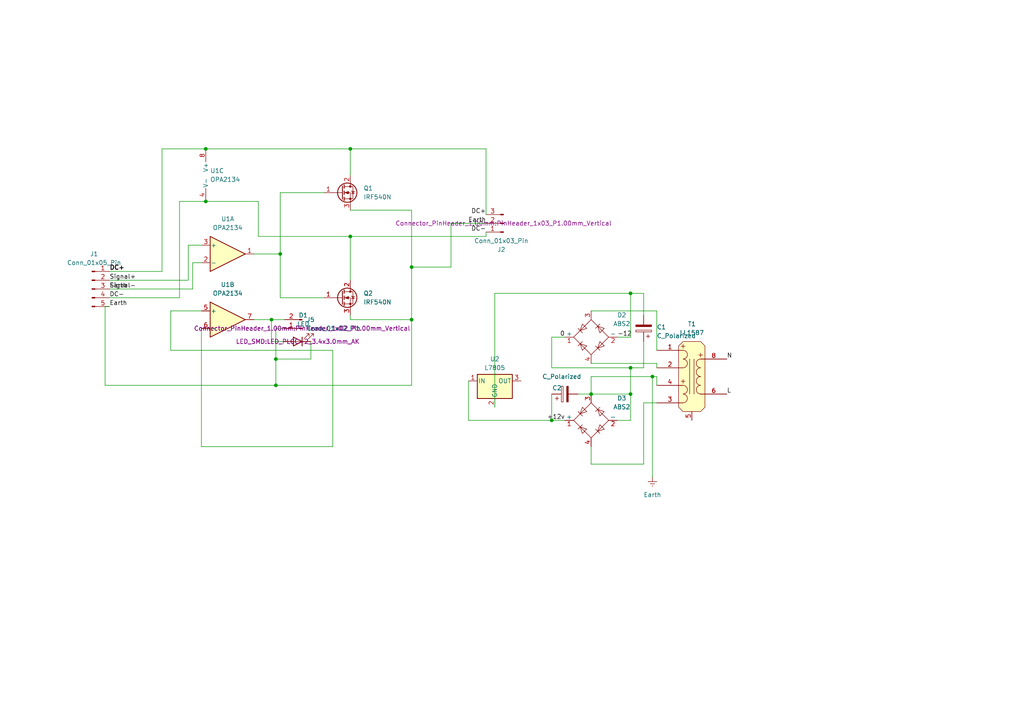
<source format=kicad_sch>
(kicad_sch (version 20250114) (generator "eeschema") (generator_version "9.0")
  (paper "A4")
  (lib_symbols
    (symbol "Amplifier_Operational:OPA2134" (pin_names (offset 0.127))
      (property "Reference" "U" (at 0 5.08 0))
      (property "Value" "OPA2134" (at 0 -5.08 0))
      (symbol "OPA2134_1_1"
        (polyline (pts (xy -5.08 5.08) (xy 5.08 0) (xy -5.08 -5.08) (xy -5.08 5.08)) (stroke (width 0.254)) (fill (type background)))
        (pin input line (at -7.62 2.54 0) (length 2.54) (name "+") (number "3"))
        (pin input line (at -7.62 -2.54 0) (length 2.54) (name "-") (number "2"))
        (pin output line (at 7.62 0 180) (length 2.54) (name "~") (number "1"))
      )
      (symbol "OPA2134_2_1"
        (polyline (pts (xy -5.08 5.08) (xy 5.08 0) (xy -5.08 -5.08) (xy -5.08 5.08)) (stroke (width 0.254)) (fill (type background)))
        (pin input line (at -7.62 2.54 0) (length 2.54) (name "+") (number "5"))
        (pin input line (at -7.62 -2.54 0) (length 2.54) (name "-") (number "6"))
        (pin output line (at 7.62 0 180) (length 2.54) (name "~") (number "7"))
      )
      (symbol "OPA2134_3_1"
        (pin power_in line (at -2.54 7.62 270) (length 3.81) (name "V+") (number "8"))
        (pin power_in line (at -2.54 -7.62 90) (length 3.81) (name "V-") (number "4"))
      )
    )
    (symbol "Connector:Conn_01x02_Pin" (pin_names (offset 1.016) (hide yes))
      (property "Reference" "J" (at 0 2.54 0))
      (property "Value" "Conn_01x02_Pin" (at 0 -5.08 0))
      (symbol "Conn_01x02_Pin_1_1"
        (rectangle (start 0.8636 0.127) (end 0 -0.127) (stroke (width 0.1524)) (fill (type outline)))
        (rectangle (start 0.8636 -2.413) (end 0 -2.667) (stroke (width 0.1524)) (fill (type outline)))
        (polyline (pts (xy 1.27 0) (xy 0.8636 0)) (stroke (width 0.1524)))
        (polyline (pts (xy 1.27 -2.54) (xy 0.8636 -2.54)) (stroke (width 0.1524)))
        (pin passive line (at 5.08 0 180) (length 3.81) (name "Pin_1") (number "1"))
        (pin passive line (at 5.08 -2.54 180) (length 3.81) (name "Pin_2") (number "2"))
      )
    )
    (symbol "Connector:Conn_01x03_Pin" (pin_names (offset 1.016) (hide yes))
      (property "Reference" "J" (at 0 5.08 0))
      (property "Value" "Conn_01x03_Pin" (at 0 -5.08 0))
      (symbol "Conn_01x03_Pin_1_1"
        (rectangle (start 0.8636 2.667) (end 0 2.413) (stroke (width 0.1524)) (fill (type outline)))
        (rectangle (start 0.8636 0.127) (end 0 -0.127) (stroke (width 0.1524)) (fill (type outline)))
        (rectangle (start 0.8636 -2.413) (end 0 -2.667) (stroke (width 0.1524)) (fill (type outline)))
        (polyline (pts (xy 1.27 2.54) (xy 0.8636 2.54)) (stroke (width 0.1524)))
        (polyline (pts (xy 1.27 0) (xy 0.8636 0)) (stroke (width 0.1524)))
        (polyline (pts (xy 1.27 -2.54) (xy 0.8636 -2.54)) (stroke (width 0.1524)))
        (pin passive line (at 5.08 2.54 180) (length 3.81) (name "Pin_1") (number "1"))
        (pin passive line (at 5.08 0 180) (length 3.81) (name "Pin_2") (number "2"))
        (pin passive line (at 5.08 -2.54 180) (length 3.81) (name "Pin_3") (number "3"))
      )
    )
    (symbol "Connector:Conn_01x05_Pin" (pin_names (offset 1.016) (hide yes))
      (property "Reference" "J" (at 0 7.62 0))
      (property "Value" "Conn_01x05_Pin" (at 0 -7.62 0))
      (symbol "Conn_01x05_Pin_1_1"
        (rectangle (start 0.8636 5.207) (end 0 4.953) (stroke (width 0.1524)) (fill (type outline)))
        (rectangle (start 0.8636 2.667) (end 0 2.413) (stroke (width 0.1524)) (fill (type outline)))
        (rectangle (start 0.8636 0.127) (end 0 -0.127) (stroke (width 0.1524)) (fill (type outline)))
        (rectangle (start 0.8636 -2.413) (end 0 -2.667) (stroke (width 0.1524)) (fill (type outline)))
        (rectangle (start 0.8636 -4.953) (end 0 -5.207) (stroke (width 0.1524)) (fill (type outline)))
        (polyline (pts (xy 1.27 5.08) (xy 0.8636 5.08)) (stroke (width 0.1524)))
        (polyline (pts (xy 1.27 2.54) (xy 0.8636 2.54)) (stroke (width 0.1524)))
        (polyline (pts (xy 1.27 0) (xy 0.8636 0)) (stroke (width 0.1524)))
        (polyline (pts (xy 1.27 -2.54) (xy 0.8636 -2.54)) (stroke (width 0.1524)))
        (polyline (pts (xy 1.27 -5.08) (xy 0.8636 -5.08)) (stroke (width 0.1524)))
        (pin passive line (at 5.08 5.08 180) (length 3.81) (name "Pin_1") (number "1"))
        (pin passive line (at 5.08 2.54 180) (length 3.81) (name "Pin_2") (number "2"))
        (pin passive line (at 5.08 0 180) (length 3.81) (name "Pin_3") (number "3"))
        (pin passive line (at 5.08 -2.54 180) (length 3.81) (name "Pin_4") (number "4"))
        (pin passive line (at 5.08 -5.08 180) (length 3.81) (name "Pin_5") (number "5"))
      )
    )
    (symbol "Device:C_Polarized" (pin_numbers (hide yes)) (pin_names (offset 0.254))
      (property "Reference" "C" (at 0.635 2.54 0))
      (property "Value" "C_Polarized" (at 0.635 -2.54 0))
      (symbol "C_Polarized_0_1"
        (rectangle (start -2.286 0.508) (end 2.286 1.016))
        (polyline (pts (xy -1.778 2.286) (xy -0.762 2.286)))
        (polyline (pts (xy -1.27 2.794) (xy -1.27 1.778)))
        (rectangle (start 2.286 -0.508) (end -2.286 -1.016) (fill (type outline)))
      )
      (symbol "C_Polarized_1_1"
        (pin passive line (at 0 3.81 270) (length 2.794) (name "~") (number "1"))
        (pin passive line (at 0 -3.81 90) (length 2.794) (name "~") (number "2"))
      )
    )
    (symbol "Device:LED" (pin_numbers (hide yes)) (pin_names (offset 1.016) (hide yes))
      (property "Reference" "D" (at 0 2.54 0))
      (property "Value" "LED" (at 0 -2.54 0))
      (symbol "LED_0_1"
        (polyline (pts (xy -3.048 -0.762) (xy -4.572 -2.286) (xy -3.81 -2.286) (xy -4.572 -2.286) (xy -4.572 -1.524)))
        (polyline (pts (xy -1.778 -0.762) (xy -3.302 -2.286) (xy -2.54 -2.286) (xy -3.302 -2.286) (xy -3.302 -1.524)))
        (polyline (pts (xy -1.27 0) (xy 1.27 0)))
        (polyline (pts (xy -1.27 -1.27) (xy -1.27 1.27)) (stroke (width 0.254)))
        (polyline (pts (xy 1.27 -1.27) (xy 1.27 1.27) (xy -1.27 0) (xy 1.27 -1.27)) (stroke (width 0.254)))
      )
      (symbol "LED_1_1"
        (pin passive line (at -3.81 0 0) (length 2.54) (name "K") (number "1"))
        (pin passive line (at 3.81 0 180) (length 2.54) (name "A") (number "2"))
      )
    )
    (symbol "Diode_Bridge:ABS2" (pin_names (offset 0))
      (property "Reference" "D" (at 2.54 6.985 0))
      (property "Value" "ABS2" (at 2.54 5.08 0))
      (symbol "ABS2_0_1"
        (polyline (pts (xy -5.08 0) (xy 0 -5.08) (xy 5.08 0) (xy 0 5.08) (xy -5.08 0)))
        (polyline (pts (xy -3.81 2.54) (xy -2.54 1.27) (xy -1.905 3.175) (xy -3.81 2.54)))
        (polyline (pts (xy -2.54 3.81) (xy -1.27 2.54)))
        (polyline (pts (xy -2.54 -1.27) (xy -3.81 -2.54) (xy -1.905 -3.175) (xy -2.54 -1.27)))
        (polyline (pts (xy -1.27 -2.54) (xy -2.54 -3.81)))
        (polyline (pts (xy 1.27 2.54) (xy 2.54 3.81) (xy 3.175 1.905) (xy 1.27 2.54)))
        (polyline (pts (xy 2.54 1.27) (xy 3.81 2.54)))
        (polyline (pts (xy 2.54 -1.27) (xy 3.81 -2.54)))
        (polyline (pts (xy 3.175 -1.905) (xy 1.27 -2.54) (xy 2.54 -3.81) (xy 3.175 -1.905)))
      )
      (symbol "ABS2_1_1"
        (pin passive line (at -7.62 0 0) (length 2.54) (name "-") (number "2"))
        (pin passive line (at 0 7.62 270) (length 2.54) (name "~") (number "4"))
        (pin passive line (at 0 -7.62 90) (length 2.54) (name "~") (number "3"))
        (pin passive line (at 7.62 0 180) (length 2.54) (name "+") (number "1"))
      )
    )
    (symbol "Regulator_Linear:L7805" (pin_names (offset 0.254))
      (property "Reference" "U" (at -3.81 3.175 0))
      (property "Value" "L7805" (at 0 3.175 0))
      (symbol "L7805_0_1"
        (rectangle (start -5.08 1.905) (end 5.08 -5.08) (stroke (width 0.254)) (fill (type background)))
      )
      (symbol "L7805_1_1"
        (pin power_in line (at -7.62 0 0) (length 2.54) (name "IN") (number "1"))
        (pin power_in line (at 0 -7.62 90) (length 2.54) (name "GND") (number "2"))
        (pin power_out line (at 7.62 0 180) (length 2.54) (name "OUT") (number "3"))
      )
    )
    (symbol "Transformer:LL1587" (pin_names (hide yes))
      (property "Reference" "T" (at 1.27 -11.43 0))
      (property "Value" "LL1587" (at 0 11.43 0))
      (symbol "LL1587_0_0"
        (text "+" (at -2.54 8.89 0) (effects (font (size 1.524 1.524))))
        (text "+" (at -2.54 -1.27 0) (effects (font (size 1.524 1.524))))
        (text "+" (at 2.54 6.35 0) (effects (font (size 1.524 1.524))))
      )
      (symbol "LL1587_0_1"
        (polyline (pts (xy -3.81 8.89) (xy -3.81 -8.89) (xy -2.54 -10.16) (xy 2.54 -10.16) (xy 3.81 -8.89) (xy 3.81 8.89) (xy 2.54 10.16) (xy -2.54 10.16) (xy -3.81 8.89)) (fill (type background)))
        (arc (start -2.5146 7.62) (mid -1.295 6.3627) (end -2.5146 5.1054))
        (arc (start -2.5146 5.08) (mid -1.295 3.8227) (end -2.5146 2.5654))
        (arc (start -2.5146 -2.54) (mid -1.295 -3.7973) (end -2.5146 -5.0546))
        (arc (start -2.5146 -5.08) (mid -1.295 -6.3373) (end -2.5146 -7.5946))
        (polyline (pts (xy -0.635 5.08) (xy -0.635 -5.08)))
        (polyline (pts (xy 0.635 -5.08) (xy 0.635 5.08)))
        (arc (start 1.2954 3.81) (mid 1.6457 4.7117) (end 2.54 5.08))
        (arc (start 1.2954 1.27) (mid 1.6457 2.1717) (end 2.54 2.54))
        (arc (start 1.2954 -1.27) (mid 1.6457 -0.3683) (end 2.54 0))
        (arc (start 2.54 2.5654) (mid 1.6599 2.9299) (end 1.2954 3.81))
        (arc (start 2.54 0.0254) (mid 1.6599 0.3899) (end 1.2954 1.27))
        (arc (start 2.54 -2.5146) (mid 1.6599 -2.1501) (end 1.2954 -1.27))
        (arc (start 1.3208 -3.81) (mid 1.6711 -2.9085) (end 2.5654 -2.54))
        (arc (start 2.5654 -5.0546) (mid 1.6851 -4.6902) (end 1.3208 -3.81))
      )
      (symbol "LL1587_1_1"
        (pin passive line (at -10.16 7.62 0) (length 7.62) (name "P1+") (number "1"))
        (pin passive line (at -10.16 2.54 0) (length 7.62) (name "P1-") (number "2"))
        (pin passive line (at -10.16 -2.54 0) (length 7.62) (name "P2+") (number "4"))
        (pin passive line (at -10.16 -7.62 0) (length 7.62) (name "P2-") (number "3"))
        (pin input line (at 0 -12.7 90) (length 2.54) (name "~") (number "5"))
        (pin passive line (at 10.16 5.08 180) (length 7.62) (name "S+") (number "8"))
        (pin passive line (at 10.16 -5.08 180) (length 7.62) (name "S-") (number "6"))
      )
    )
    (symbol "Transistor_FET:IRF540N" (pin_names (hide yes))
      (property "Reference" "Q" (at 5.08 1.905 0))
      (property "Value" "IRF540N" (at 5.08 0 0))
      (symbol "IRF540N_0_1"
        (polyline (pts (xy 0.254 1.905) (xy 0.254 -1.905)) (stroke (width 0.254)))
        (polyline (pts (xy 0.254 0) (xy -2.54 0)))
        (polyline (pts (xy 0.762 2.286) (xy 0.762 1.27)) (stroke (width 0.254)))
        (polyline (pts (xy 0.762 0.508) (xy 0.762 -0.508)) (stroke (width 0.254)))
        (polyline (pts (xy 0.762 -1.27) (xy 0.762 -2.286)) (stroke (width 0.254)))
        (polyline (pts (xy 0.762 -1.778) (xy 3.302 -1.778) (xy 3.302 1.778) (xy 0.762 1.778)))
        (polyline (pts (xy 1.016 0) (xy 2.032 0.381) (xy 2.032 -0.381) (xy 1.016 0)) (fill (type outline)))
        (circle (center 1.651 0) (radius 2.794) (stroke (width 0.254)))
        (polyline (pts (xy 2.54 2.54) (xy 2.54 1.778)))
        (circle (center 2.54 1.778) (radius 0.254) (fill (type outline)))
        (circle (center 2.54 -1.778) (radius 0.254) (fill (type outline)))
        (polyline (pts (xy 2.54 -2.54) (xy 2.54 0) (xy 0.762 0)))
        (polyline (pts (xy 2.794 0.508) (xy 2.921 0.381) (xy 3.683 0.381) (xy 3.81 0.254)))
        (polyline (pts (xy 3.302 0.381) (xy 2.921 -0.254) (xy 3.683 -0.254) (xy 3.302 0.381)))
      )
      (symbol "IRF540N_1_1"
        (pin input line (at -5.08 0 0) (length 2.54) (name "G") (number "1"))
        (pin passive line (at 2.54 5.08 270) (length 2.54) (name "D") (number "2"))
        (pin passive line (at 2.54 -5.08 90) (length 2.54) (name "S") (number "3"))
      )
    )
    (symbol "power:Earth" (power) (pin_numbers (hide yes)) (pin_names (offset 0) (hide yes))
      (property "Value" "Earth" (at 0 -3.81 0))
      (symbol "Earth_0_1"
        (polyline (pts (xy -0.635 -1.905) (xy 0.635 -1.905)))
        (polyline (pts (xy -0.127 -2.54) (xy 0.127 -2.54)))
        (polyline (pts (xy 0 -1.27) (xy 0 0)))
        (polyline (pts (xy 1.27 -1.27) (xy -1.27 -1.27)))
      )
      (symbol "Earth_1_1"
        (pin power_in line (at 0 0 270) (length 0) (name "~") (number "1"))
      )
    )
  )
  (junction (at 59.69 43.18))
  (junction (at 81.28 73.66))
  (junction (at 80.01 111.76))
  (junction (at 189.23 109.22))
  (junction (at 119.38 77.47))
  (junction (at 182.88 106.68))
  (junction (at 80.01 104.14))
  (junction (at 78.74 92.71))
  (junction (at 160.02 121.92))
  (junction (at 182.88 85.09))
  (junction (at 101.6 43.18))
  (junction (at 182.88 114.3))
  (junction (at 171.45 114.3))
  (junction (at 119.38 92.71))
  (junction (at 59.69 58.42))
  (junction (at 101.6 68.58))
  (wire (pts (xy 143.51 85.09) (xy 182.88 85.09)))
  (wire (pts (xy 182.88 114.3) (xy 182.88 121.92)))
  (wire (pts (xy 58.42 95.25) (xy 58.42 129.54)))
  (wire (pts (xy 80.01 95.25) (xy 80.01 104.14)))
  (wire (pts (xy 119.38 77.47) (xy 119.38 92.71)))
  (wire (pts (xy 182.88 121.92) (xy 179.07 121.92)))
  (wire (pts (xy 90.17 104.14) (xy 80.01 104.14)))
  (wire (pts (xy 58.42 90.17) (xy 49.53 90.17)))
  (wire (pts (xy 96.52 101.6) (xy 49.53 101.6)))
  (wire (pts (xy 78.74 99.06) (xy 78.74 92.71)))
  (wire (pts (xy 82.55 95.25) (xy 80.01 95.25)))
  (wire (pts (xy 182.88 85.09) (xy 186.69 85.09)))
  (wire (pts (xy 160.02 121.92) (xy 163.83 121.92)))
  (wire (pts (xy 186.69 106.68) (xy 182.88 106.68)))
  (wire (pts (xy 167.64 114.3) (xy 171.45 114.3)))
  (wire (pts (xy 160.02 114.3) (xy 160.02 121.92)))
  (wire (pts (xy 182.88 85.09) (xy 182.88 97.79)))
  (wire (pts (xy 140.97 67.31) (xy 140.97 68.58)))
  (wire (pts (xy 140.97 43.18) (xy 140.97 62.23)))
  (wire (pts (xy 182.88 106.68) (xy 182.88 114.3)))
  (wire (pts (xy 90.17 99.06) (xy 90.17 104.14)))
  (wire (pts (xy 31.75 81.28) (xy 54.61 81.28)))
  (wire (pts (xy 101.6 92.71) (xy 119.38 92.71)))
  (wire (pts (xy 46.99 78.74) (xy 46.99 43.18)))
  (wire (pts (xy 101.6 60.96) (xy 119.38 60.96)))
  (wire (pts (xy 101.6 43.18) (xy 59.69 43.18)))
  (wire (pts (xy 101.6 50.8) (xy 101.6 43.18)))
  (wire (pts (xy 140.97 64.77) (xy 130.81 64.77)))
  (wire (pts (xy 31.75 78.74) (xy 46.99 78.74)))
  (wire (pts (xy 190.5 90.17) (xy 190.5 101.6)))
  (wire (pts (xy 52.07 86.36) (xy 52.07 58.42)))
  (wire (pts (xy 81.28 86.36) (xy 93.98 86.36)))
  (wire (pts (xy 101.6 68.58) (xy 140.97 68.58)))
  (wire (pts (xy 190.5 116.84) (xy 186.69 116.84)))
  (wire (pts (xy 160.02 106.68) (xy 182.88 106.68)))
  (wire (pts (xy 31.75 86.36) (xy 52.07 86.36)))
  (wire (pts (xy 80.01 104.14) (xy 80.01 111.76)))
  (wire (pts (xy 81.28 55.88) (xy 93.98 55.88)))
  (wire (pts (xy 80.01 111.76) (xy 30.48 111.76)))
  (wire (pts (xy 189.23 109.22) (xy 189.23 138.43)))
  (wire (pts (xy 190.5 105.41) (xy 190.5 106.68)))
  (wire (pts (xy 82.55 99.06) (xy 78.74 99.06)))
  (wire (pts (xy 101.6 91.44) (xy 101.6 92.71)))
  (wire (pts (xy 78.74 92.71) (xy 82.55 92.71)))
  (wire (pts (xy 171.45 114.3) (xy 182.88 114.3)))
  (wire (pts (xy 171.45 109.22) (xy 189.23 109.22)))
  (wire (pts (xy 30.48 111.76) (xy 30.48 88.9)))
  (wire (pts (xy 73.66 73.66) (xy 81.28 73.66)))
  (wire (pts (xy 189.23 109.22) (xy 190.5 109.22)))
  (wire (pts (xy 171.45 105.41) (xy 190.5 105.41)))
  (wire (pts (xy 186.69 99.06) (xy 186.69 106.68)))
  (wire (pts (xy 130.81 64.77) (xy 130.81 77.47)))
  (wire (pts (xy 130.81 77.47) (xy 119.38 77.47)))
  (wire (pts (xy 52.07 58.42) (xy 59.69 58.42)))
  (wire (pts (xy 46.99 43.18) (xy 59.69 43.18)))
  (wire (pts (xy 30.48 88.9) (xy 31.75 88.9)))
  (wire (pts (xy 186.69 85.09) (xy 186.69 91.44)))
  (wire (pts (xy 171.45 109.22) (xy 171.45 114.3)))
  (wire (pts (xy 31.75 83.82) (xy 55.88 83.82)))
  (wire (pts (xy 55.88 83.82) (xy 55.88 76.2)))
  (wire (pts (xy 171.45 134.62) (xy 171.45 129.54)))
  (wire (pts (xy 119.38 60.96) (xy 119.38 77.47)))
  (wire (pts (xy 119.38 92.71) (xy 119.38 111.76)))
  (wire (pts (xy 58.42 129.54) (xy 96.52 129.54)))
  (wire (pts (xy 190.5 109.22) (xy 190.5 111.76)))
  (wire (pts (xy 171.45 90.17) (xy 190.5 90.17)))
  (wire (pts (xy 160.02 97.79) (xy 163.83 97.79)))
  (wire (pts (xy 186.69 116.84) (xy 186.69 134.62)))
  (wire (pts (xy 160.02 106.68) (xy 160.02 97.79)))
  (wire (pts (xy 74.93 68.58) (xy 74.93 58.42)))
  (wire (pts (xy 101.6 43.18) (xy 140.97 43.18)))
  (wire (pts (xy 74.93 68.58) (xy 101.6 68.58)))
  (wire (pts (xy 74.93 58.42) (xy 59.69 58.42)))
  (wire (pts (xy 81.28 73.66) (xy 81.28 55.88)))
  (wire (pts (xy 135.89 121.92) (xy 135.89 110.49)))
  (wire (pts (xy 96.52 101.6) (xy 96.52 129.54)))
  (wire (pts (xy 55.88 76.2) (xy 58.42 76.2)))
  (wire (pts (xy 179.07 97.79) (xy 182.88 97.79)))
  (wire (pts (xy 81.28 73.66) (xy 81.28 86.36)))
  (wire (pts (xy 143.51 85.09) (xy 143.51 118.11)))
  (wire (pts (xy 186.69 134.62) (xy 171.45 134.62)))
  (wire (pts (xy 54.61 81.28) (xy 54.61 71.12)))
  (wire (pts (xy 160.02 121.92) (xy 135.89 121.92)))
  (wire (pts (xy 101.6 68.58) (xy 101.6 81.28)))
  (wire (pts (xy 49.53 90.17) (xy 49.53 101.6)))
  (wire (pts (xy 73.66 92.71) (xy 78.74 92.71)))
  (wire (pts (xy 119.38 111.76) (xy 80.01 111.76)))
  (wire (pts (xy 54.61 71.12) (xy 58.42 71.12)))
  (label "DC+" (at 140.97 62.23 180))
  (label "L" (at 210.82 114.3 0))
  (label "DC-" (at 140.97 67.31 180))
  (label "Earth" (at 31.75 83.82 0))
  (label "-12" (at 179.07 97.79 0))
  (label "+12v" (at 163.83 121.92 180))
  (label "0" (at 163.83 97.79 180))
  (label "N" (at 210.82 104.14 0))
  (label "DC+" (at 31.75 78.74 0) (effects (font (thickness 0.254) (bold yes))))
  (label "DC-" (at 31.75 86.36 0))
  (label "Signal-" (at 31.75 83.82 0))
  (label "Earth" (at 31.75 88.9 0))
  (label "Signal+" (at 31.75 81.28 0))
  (label "Earth" (at 140.97 64.77 180))
  (symbol (lib_id "Device:LED") (at 86.36 99.06 180) (unit 1)
    (property "Reference" "D1" (at 87.9475 91.44 0))
    (property "Value" "LED" (at 87.9475 93.98 0))
    (property "Footprint" "LED_SMD:LED_PLCC-2_3.4x3.0mm_AK" (at 86.36 99.06 0))
    (property "Description" "Light emitting diode" (effects (hide yes)))
    (property "Sim.Pins" "1=K 2=A" (effects (hide yes)))
  )
  (symbol (lib_id "Transformer:LL1587") (at 200.66 109.22 0) (unit 1)
    (property "Reference" "T1" (at 200.66 93.98 0))
    (property "Value" "LL1587" (at 200.66 96.52 0))
    (property "Footprint" "Transformer_THT:Transformer_Microphone_Lundahl_LL1587" (effects (hide yes)))
    (property "Datasheet" "http://www.lundahl.se/wp-content/uploads/datasheets/1587.pdf" (effects (hide yes)))
    (property "Description" "Lundahl Transformers, Microphone Transformer" (effects (hide yes)))
  )
  (symbol (lib_id "Device:C_Polarized") (at 186.69 95.25 180) (unit 1)
    (property "Reference" "C1" (at 190.5 94.8689 0) (effects (justify right)))
    (property "Value" "C_Polarized" (at 190.5 97.4089 0) (effects (justify right)))
    (property "Description" "Polarized capacitor" (effects (hide yes)))
  )
  (symbol (lib_id "power:Earth") (at 189.23 138.43 0) (unit 1)
    (property "Reference" "#PWR01" (effects (hide yes)))
    (property "Value" "Earth" (at 189.23 143.51 0))
    (property "Description" "Power symbol creates a global label with name \"Earth\"" (effects (hide yes)))
  )
  (symbol (lib_id "Amplifier_Operational:OPA2134") (at 66.04 92.71 0) (unit 2)
    (property "Reference" "U1" (at 66.04 82.55 0))
    (property "Value" "OPA2134" (at 66.04 85.09 0))
    (property "Footprint" "Package_DIP:DIP-8_W7.62mm" (effects (hide yes)))
    (property "Datasheet" "http://www.ti.com/lit/ds/symlink/opa134.pdf" (effects (hide yes)))
    (property "Description" "Dual SoundPlus High Performance Audio Operational Amplifiers, DIP-8/SOIC-8" (effects (hide yes)))
  )
  (symbol (lib_id "Connector:Conn_01x03_Pin") (at 146.05 64.77 180) (unit 1)
    (property "Reference" "J2" (at 145.415 72.39 0))
    (property "Value" "Conn_01x03_Pin" (at 145.415 69.85 0))
    (property "Footprint" "Connector_PinHeader_1.00mm:PinHeader_1x03_P1.00mm_Vertical" (at 146.05 64.77 0))
    (property "Description" "Generic connector, single row, 01x03, script generated" (effects (hide yes)))
  )
  (symbol (lib_id "Transistor_FET:IRF540N") (at 99.06 86.36 0) (unit 1)
    (property "Reference" "Q2" (at 105.41 85.0899 0) (effects (justify left)))
    (property "Value" "IRF540N" (at 105.41 87.6299 0) (effects (justify left)))
    (property "Footprint" "Package_TO_SOT_THT:TO-220-3_Vertical" (effects (hide yes)))
    (property "Datasheet" "http://www.irf.com/product-info/datasheets/data/irf540n.pdf" (effects (hide yes)))
    (property "Description" "33A Id, 100V Vds, HEXFET N-Channel MOSFET, TO-220" (effects (hide yes)))
  )
  (symbol (lib_id "Connector:Conn_01x05_Pin") (at 26.67 83.82 0) (unit 1)
    (property "Reference" "J1" (at 27.305 73.66 0))
    (property "Value" "Conn_01x05_Pin" (at 27.305 76.2 0))
    (property "Footprint" "Connector_PinHeader_1.00mm:PinHeader_1x05_P1.00mm_Vertical" (effects (hide yes)))
    (property "Description" "Generic connector, single row, 01x05, script generated" (effects (hide yes)))
  )
  (symbol (lib_id "Regulator_Linear:L7805") (at 143.51 110.49 0) (unit 1)
    (property "Reference" "U2" (at 143.51 104.14 0))
    (property "Value" "L7805" (at 143.51 106.68 0))
    (property "Datasheet" "http://www.st.com/content/ccc/resource/technical/document/datasheet/41/4f/b3/b0/12/d4/47/88/CD00000444.pdf/files/CD00000444.pdf/jcr:content/translations/en.CD00000444.pdf" (effects (hide yes)))
    (property "Description" "Positive 1.5A 35V Linear Regulator, Fixed Output 5V, TO-220/TO-263/TO-252" (effects (hide yes)))
  )
  (symbol (lib_id "Transistor_FET:IRF540N") (at 99.06 55.88 0) (unit 1)
    (property "Reference" "Q1" (at 105.41 54.6099 0) (effects (justify left)))
    (property "Value" "IRF540N" (at 105.41 57.1499 0) (effects (justify left)))
    (property "Footprint" "Package_TO_SOT_THT:TO-220-3_Vertical" (effects (hide yes)))
    (property "Datasheet" "http://www.irf.com/product-info/datasheets/data/irf540n.pdf" (effects (hide yes)))
    (property "Description" "33A Id, 100V Vds, HEXFET N-Channel MOSFET, TO-220" (effects (hide yes)))
  )
  (symbol (lib_id "Amplifier_Operational:OPA2134") (at 62.23 50.8 0) (unit 3)
    (property "Reference" "U1" (at 60.96 49.5299 0) (effects (justify left)))
    (property "Value" "OPA2134" (at 60.96 52.0699 0) (effects (justify left)))
    (property "Footprint" "Package_DIP:DIP-8_W7.62mm" (effects (hide yes)))
    (property "Datasheet" "http://www.ti.com/lit/ds/symlink/opa134.pdf" (effects (hide yes)))
    (property "Description" "Dual SoundPlus High Performance Audio Operational Amplifiers, DIP-8/SOIC-8" (effects (hide yes)))
  )
  (symbol (lib_id "Device:C_Polarized") (at 163.83 114.3 90) (unit 1)
    (property "Reference" "C2" (at 161.544 112.522 90))
    (property "Value" "C_Polarized" (at 162.941 109.22 90))
    (property "Description" "Polarized capacitor" (effects (hide yes)))
  )
  (symbol (lib_id "Connector:Conn_01x02_Pin") (at 87.63 95.25 180) (unit 1)
    (property "Reference" "J5" (at 88.9 92.7099 0) (effects (justify right)))
    (property "Value" "Conn_01x02_Pin" (at 88.9 95.2499 0) (effects (justify right)))
    (property "Footprint" "Connector_PinHeader_1.00mm:PinHeader_1x02_P1.00mm_Vertical" (at 87.63 95.25 0))
    (property "Description" "Generic connector, single row, 01x02, script generated" (effects (hide yes)))
  )
  (symbol (lib_id "Diode_Bridge:ABS2") (at 171.45 97.79 180) (unit 1)
    (property "Reference" "D2" (at 180.34 91.3698 0))
    (property "Value" "ABS2" (at 180.34 93.9098 0))
    (property "Footprint" "Diode_SMD:Diode_Bridge_Diotec_ABS" (effects (hide yes)))
    (property "Datasheet" "https://diotec.com/tl_files/diotec/files/pdf/datasheets/abs2.pdf" (effects (hide yes)))
    (property "Description" "Miniature Glass Passivated Single-Phase Surface Mount Bridge Rectifiers, 140V Vrms, 0.8A If, ABS SMD package" (effects (hide yes)))
  )
  (symbol (lib_id "Amplifier_Operational:OPA2134") (at 66.04 73.66 0) (unit 1)
    (property "Reference" "U1" (at 66.04 63.5 0))
    (property "Value" "OPA2134" (at 66.04 66.04 0))
    (property "Footprint" "Package_DIP:DIP-8_W7.62mm" (effects (hide yes)))
    (property "Datasheet" "http://www.ti.com/lit/ds/symlink/opa134.pdf" (effects (hide yes)))
    (property "Description" "Dual SoundPlus High Performance Audio Operational Amplifiers, DIP-8/SOIC-8" (effects (hide yes)))
  )
  (symbol (lib_id "Diode_Bridge:ABS2") (at 171.45 121.92 180) (unit 1)
    (property "Reference" "D3" (at 180.34 115.4998 0))
    (property "Value" "ABS2" (at 180.34 118.0398 0))
    (property "Footprint" "Diode_SMD:Diode_Bridge_Diotec_ABS" (effects (hide yes)))
    (property "Datasheet" "https://diotec.com/tl_files/diotec/files/pdf/datasheets/abs2.pdf" (effects (hide yes)))
    (property "Description" "Miniature Glass Passivated Single-Phase Surface Mount Bridge Rectifiers, 140V Vrms, 0.8A If, ABS SMD package" (effects (hide yes)))
  )
)
</source>
